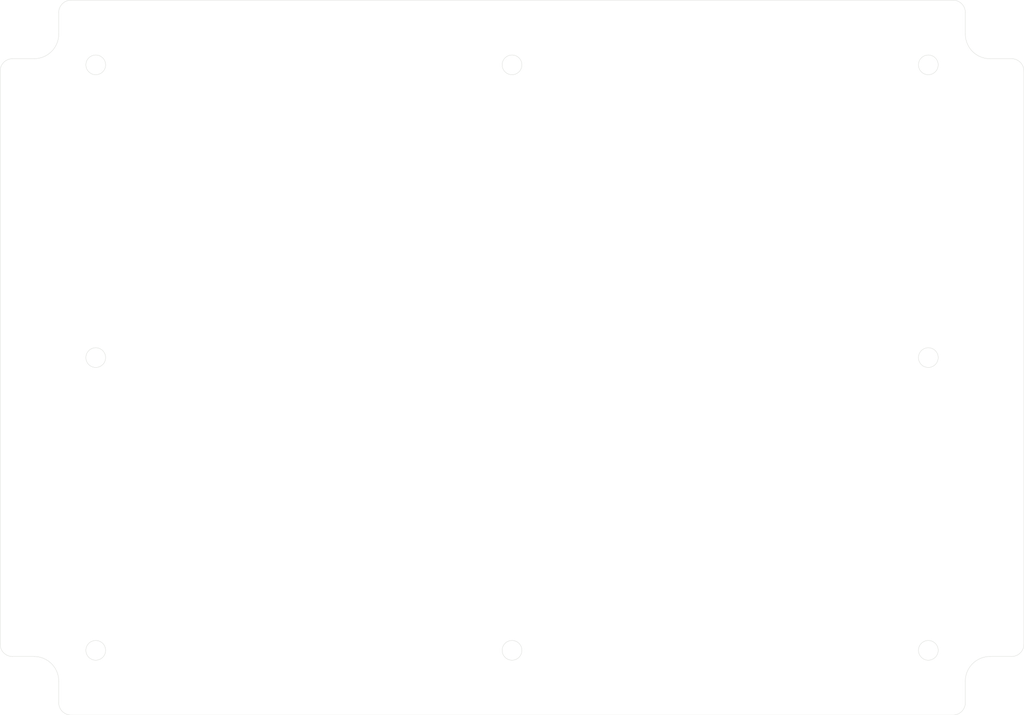
<source format=kicad_pcb>
(kicad_pcb (version 20171130) (host pcbnew "(5.1.9)-1")

  (general
    (thickness 1.6)
    (drawings 43)
    (tracks 0)
    (zones 0)
    (modules 0)
    (nets 1)
  )

  (page A4)
  (title_block
    (title "TW13-3-8 bottom")
    (date 2021-10-25)
    (rev 1)
  )

  (layers
    (0 F.Cu signal)
    (31 B.Cu signal)
    (32 B.Adhes user)
    (33 F.Adhes user)
    (34 B.Paste user)
    (35 F.Paste user)
    (36 B.SilkS user)
    (37 F.SilkS user)
    (38 B.Mask user)
    (39 F.Mask user)
    (40 Dwgs.User user)
    (41 Cmts.User user)
    (42 Eco1.User user)
    (43 Eco2.User user)
    (44 Edge.Cuts user)
    (45 Margin user)
    (46 B.CrtYd user)
    (47 F.CrtYd user)
    (48 B.Fab user)
    (49 F.Fab user)
  )

  (setup
    (last_trace_width 0.25)
    (trace_clearance 0.2)
    (zone_clearance 0.508)
    (zone_45_only no)
    (trace_min 0.2)
    (via_size 0.8)
    (via_drill 0.4)
    (via_min_size 0.4)
    (via_min_drill 0.3)
    (uvia_size 0.3)
    (uvia_drill 0.1)
    (uvias_allowed no)
    (uvia_min_size 0.2)
    (uvia_min_drill 0.1)
    (edge_width 0.05)
    (segment_width 0.2)
    (pcb_text_width 0.3)
    (pcb_text_size 1.5 1.5)
    (mod_edge_width 0.12)
    (mod_text_size 1 1)
    (mod_text_width 0.15)
    (pad_size 1.524 1.524)
    (pad_drill 0.762)
    (pad_to_mask_clearance 0)
    (aux_axis_origin 0 0)
    (grid_origin 150 100)
    (visible_elements 7FFFFFFF)
    (pcbplotparams
      (layerselection 0x010fc_ffffffff)
      (usegerberextensions false)
      (usegerberattributes true)
      (usegerberadvancedattributes true)
      (creategerberjobfile true)
      (excludeedgelayer true)
      (linewidth 0.150000)
      (plotframeref false)
      (viasonmask false)
      (mode 1)
      (useauxorigin false)
      (hpglpennumber 1)
      (hpglpenspeed 20)
      (hpglpendiameter 15.000000)
      (psnegative false)
      (psa4output false)
      (plotreference true)
      (plotvalue true)
      (plotinvisibletext false)
      (padsonsilk false)
      (subtractmaskfromsilk false)
      (outputformat 1)
      (mirror false)
      (drillshape 1)
      (scaleselection 1)
      (outputdirectory ""))
  )

  (net 0 "")

  (net_class Default "これはデフォルトのネット クラスです。"
    (clearance 0.2)
    (trace_width 0.25)
    (via_dia 0.8)
    (via_drill 0.4)
    (uvia_dia 0.3)
    (uvia_drill 0.1)
  )

  (gr_circle (center 150 52.5) (end 151.6 52.5) (layer Edge.Cuts) (width 0.05) (tstamp 61761B72))
  (gr_circle (center 150 52.5) (end 152.75 52.5) (layer Eco1.User) (width 0.15) (tstamp 61761B71))
  (gr_circle (center 150 147.5) (end 151.6 147.5) (layer Edge.Cuts) (width 0.05) (tstamp 61761B72))
  (gr_circle (center 150 147.5) (end 152.75 147.5) (layer Eco1.User) (width 0.15) (tstamp 61761B71))
  (gr_circle (center 82.5 147.5) (end 84.1 147.5) (layer Edge.Cuts) (width 0.05) (tstamp 61761B72))
  (gr_circle (center 82.5 147.5) (end 85.25 147.5) (layer Eco1.User) (width 0.15) (tstamp 61761B71))
  (gr_circle (center 82.5 100) (end 84.1 100) (layer Edge.Cuts) (width 0.05) (tstamp 61761B72))
  (gr_circle (center 82.5 100) (end 85.25 100) (layer Eco1.User) (width 0.15) (tstamp 61761B71))
  (gr_circle (center 82.5 52.5) (end 84.1 52.5) (layer Edge.Cuts) (width 0.05) (tstamp 61761B72))
  (gr_circle (center 82.5 52.5) (end 85.25 52.5) (layer Eco1.User) (width 0.15) (tstamp 61761B71))
  (gr_circle (center 217.5 52.5) (end 219.1 52.5) (layer Edge.Cuts) (width 0.05) (tstamp 61761B72))
  (gr_circle (center 217.5 52.5) (end 220.25 52.5) (layer Eco1.User) (width 0.15) (tstamp 61761B71))
  (gr_circle (center 217.5 100) (end 219.1 100) (layer Edge.Cuts) (width 0.05) (tstamp 61761B72))
  (gr_circle (center 217.5 100) (end 220.25 100) (layer Eco1.User) (width 0.15) (tstamp 61761B71))
  (gr_arc (start 78.5 156) (end 76.5 156) (angle -90) (layer Edge.Cuts) (width 0.05) (tstamp 61761983))
  (gr_arc (start 69 146.5) (end 67 146.5) (angle -90) (layer Edge.Cuts) (width 0.05) (tstamp 61761983))
  (gr_arc (start 69 53.5) (end 69 51.5) (angle -90) (layer Edge.Cuts) (width 0.05) (tstamp 61761983))
  (gr_arc (start 78.5 44) (end 78.5 42) (angle -90) (layer Edge.Cuts) (width 0.05) (tstamp 61761983))
  (gr_arc (start 221.5 44) (end 223.5 44) (angle -90) (layer Edge.Cuts) (width 0.05) (tstamp 61761983))
  (gr_arc (start 231 53.5) (end 233 53.5) (angle -90) (layer Edge.Cuts) (width 0.05) (tstamp 61761983))
  (gr_arc (start 221.5 156) (end 221.5 158) (angle -90) (layer Edge.Cuts) (width 0.05) (tstamp 61761983))
  (gr_arc (start 231 146.5) (end 231 148.5) (angle -90) (layer Edge.Cuts) (width 0.05))
  (gr_line (start 76.5 152.5) (end 76.5 156) (layer Edge.Cuts) (width 0.05))
  (gr_arc (start 72.5 152.5) (end 76.5 152.5) (angle -90) (layer Edge.Cuts) (width 0.05) (tstamp 6176192D))
  (gr_arc (start 72.5 47.5) (end 72.5 51.5) (angle -90) (layer Edge.Cuts) (width 0.05) (tstamp 6176192D))
  (gr_arc (start 227.5 47.5) (end 223.5 47.5) (angle -90) (layer Edge.Cuts) (width 0.05) (tstamp 6176192D))
  (gr_arc (start 227.5 152.5) (end 227.5 148.5) (angle -90) (layer Edge.Cuts) (width 0.05))
  (gr_line (start 221.5 42) (end 78.5 42) (layer Edge.Cuts) (width 0.05) (tstamp 61761870))
  (gr_line (start 223.5 47.5) (end 223.5 44) (layer Edge.Cuts) (width 0.05))
  (gr_line (start 231 51.5) (end 227.5 51.5) (layer Edge.Cuts) (width 0.05))
  (gr_line (start 233 146.5) (end 233 53.5) (layer Edge.Cuts) (width 0.05))
  (gr_line (start 227.5 148.5) (end 231 148.5) (layer Edge.Cuts) (width 0.05))
  (gr_line (start 223.5 156) (end 223.5 152.5) (layer Edge.Cuts) (width 0.05))
  (gr_line (start 78.5 158) (end 221.5 158) (layer Edge.Cuts) (width 0.05))
  (gr_line (start 69 148.5) (end 72.5 148.5) (layer Edge.Cuts) (width 0.05))
  (gr_line (start 67 53.5) (end 67 146.5) (layer Edge.Cuts) (width 0.05))
  (gr_line (start 72.5 51.5) (end 69 51.5) (layer Edge.Cuts) (width 0.05))
  (gr_line (start 76.5 44) (end 76.5 47.5) (layer Edge.Cuts) (width 0.05))
  (gr_circle (center 217.5 147.5) (end 220.25 147.5) (layer Eco1.User) (width 0.15) (tstamp 61761B34))
  (gr_circle (center 150 100) (end 150 102) (layer Dwgs.User) (width 0.1) (tstamp 6176164E))
  (gr_line (start 150 97) (end 150 103) (layer Dwgs.User) (width 0.1))
  (gr_line (start 147 100) (end 153 100) (layer Dwgs.User) (width 0.1))
  (gr_circle (center 217.5 147.5) (end 219.1 147.5) (layer Edge.Cuts) (width 0.05) (tstamp 61761B31))

)

</source>
